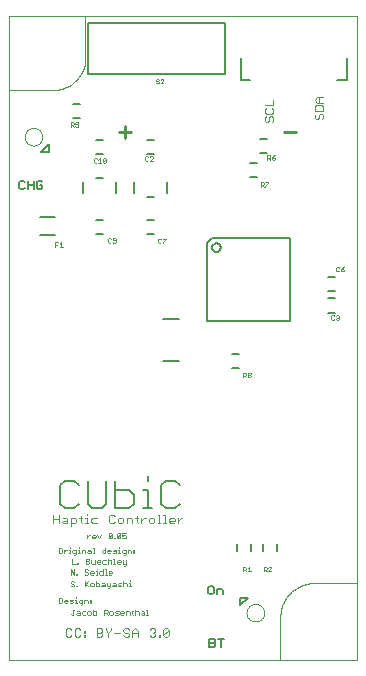
<source format=gto>
G75*
G70*
%OFA0B0*%
%FSLAX24Y24*%
%IPPOS*%
%LPD*%
%AMOC8*
5,1,8,0,0,1.08239X$1,22.5*
%
%ADD10C,0.0000*%
%ADD11C,0.0110*%
%ADD12C,0.0020*%
%ADD13C,0.0040*%
%ADD14C,0.0050*%
%ADD15C,0.0080*%
%ADD16C,0.0060*%
%ADD17C,0.0010*%
D10*
X000373Y000131D02*
X000373Y019127D01*
X001840Y019127D01*
X001903Y019129D01*
X001967Y019134D01*
X002030Y019144D01*
X002092Y019156D01*
X002153Y019173D01*
X002213Y019193D01*
X002273Y019216D01*
X002330Y019243D01*
X002386Y019273D01*
X002440Y019307D01*
X002492Y019343D01*
X002542Y019382D01*
X002589Y019425D01*
X002634Y019470D01*
X002677Y019517D01*
X002716Y019567D01*
X002752Y019619D01*
X002786Y019673D01*
X002816Y019729D01*
X002843Y019786D01*
X002866Y019846D01*
X002886Y019906D01*
X002903Y019967D01*
X002915Y020029D01*
X002925Y020092D01*
X002930Y020156D01*
X002932Y020219D01*
X002932Y021588D01*
X011987Y021588D01*
X011987Y002690D01*
X010554Y002690D01*
X010489Y002688D01*
X010423Y002682D01*
X010358Y002673D01*
X010294Y002660D01*
X010231Y002643D01*
X010169Y002622D01*
X010108Y002598D01*
X010049Y002570D01*
X009991Y002539D01*
X009935Y002505D01*
X009882Y002467D01*
X009830Y002427D01*
X009781Y002383D01*
X009735Y002337D01*
X009691Y002288D01*
X009651Y002236D01*
X009613Y002183D01*
X009579Y002127D01*
X009548Y002069D01*
X009520Y002010D01*
X009496Y001949D01*
X009475Y001887D01*
X009458Y001824D01*
X009445Y001760D01*
X009436Y001695D01*
X009430Y001629D01*
X009428Y001564D01*
X009428Y000131D01*
X000373Y000131D01*
X008298Y001706D02*
X008300Y001740D01*
X008306Y001774D01*
X008316Y001807D01*
X008329Y001838D01*
X008347Y001868D01*
X008367Y001896D01*
X008391Y001921D01*
X008417Y001943D01*
X008445Y001961D01*
X008476Y001977D01*
X008508Y001989D01*
X008542Y001997D01*
X008576Y002001D01*
X008610Y002001D01*
X008644Y001997D01*
X008678Y001989D01*
X008710Y001977D01*
X008740Y001961D01*
X008769Y001943D01*
X008795Y001921D01*
X008819Y001896D01*
X008839Y001868D01*
X008857Y001838D01*
X008870Y001807D01*
X008880Y001774D01*
X008886Y001740D01*
X008888Y001706D01*
X008886Y001672D01*
X008880Y001638D01*
X008870Y001605D01*
X008857Y001574D01*
X008839Y001544D01*
X008819Y001516D01*
X008795Y001491D01*
X008769Y001469D01*
X008741Y001451D01*
X008710Y001435D01*
X008678Y001423D01*
X008644Y001415D01*
X008610Y001411D01*
X008576Y001411D01*
X008542Y001415D01*
X008508Y001423D01*
X008476Y001435D01*
X008445Y001451D01*
X008417Y001469D01*
X008391Y001491D01*
X008367Y001516D01*
X008347Y001544D01*
X008329Y001574D01*
X008316Y001605D01*
X008306Y001638D01*
X008300Y001672D01*
X008298Y001706D01*
X009428Y000131D02*
X011987Y000131D01*
X011987Y002690D01*
X000905Y017572D02*
X000907Y017606D01*
X000913Y017640D01*
X000923Y017673D01*
X000936Y017704D01*
X000954Y017734D01*
X000974Y017762D01*
X000998Y017787D01*
X001024Y017809D01*
X001052Y017827D01*
X001083Y017843D01*
X001115Y017855D01*
X001149Y017863D01*
X001183Y017867D01*
X001217Y017867D01*
X001251Y017863D01*
X001285Y017855D01*
X001317Y017843D01*
X001347Y017827D01*
X001376Y017809D01*
X001402Y017787D01*
X001426Y017762D01*
X001446Y017734D01*
X001464Y017704D01*
X001477Y017673D01*
X001487Y017640D01*
X001493Y017606D01*
X001495Y017572D01*
X001493Y017538D01*
X001487Y017504D01*
X001477Y017471D01*
X001464Y017440D01*
X001446Y017410D01*
X001426Y017382D01*
X001402Y017357D01*
X001376Y017335D01*
X001348Y017317D01*
X001317Y017301D01*
X001285Y017289D01*
X001251Y017281D01*
X001217Y017277D01*
X001183Y017277D01*
X001149Y017281D01*
X001115Y017289D01*
X001083Y017301D01*
X001052Y017317D01*
X001024Y017335D01*
X000998Y017357D01*
X000974Y017382D01*
X000954Y017410D01*
X000936Y017440D01*
X000923Y017471D01*
X000913Y017504D01*
X000907Y017538D01*
X000905Y017572D01*
X000373Y019127D02*
X000373Y021588D01*
X002932Y021588D01*
D11*
X004247Y017922D02*
X004247Y017529D01*
X004050Y017725D02*
X004444Y017725D01*
X009562Y017725D02*
X009955Y017725D01*
D12*
X010571Y018195D02*
X010571Y018288D01*
X010618Y018335D01*
X010571Y018424D02*
X010571Y018564D01*
X010618Y018611D01*
X010804Y018611D01*
X010851Y018564D01*
X010851Y018424D01*
X010571Y018424D01*
X010711Y018288D02*
X010711Y018195D01*
X010664Y018148D01*
X010618Y018148D01*
X010571Y018195D01*
X010711Y018288D02*
X010758Y018335D01*
X010804Y018335D01*
X010851Y018288D01*
X010851Y018195D01*
X010804Y018148D01*
X010851Y018701D02*
X010664Y018701D01*
X010571Y018794D01*
X010664Y018887D01*
X010851Y018887D01*
X010711Y018887D02*
X010711Y018701D01*
X009183Y018613D02*
X009183Y018800D01*
X009183Y018613D02*
X008903Y018613D01*
X008950Y018523D02*
X008903Y018477D01*
X008903Y018383D01*
X008950Y018337D01*
X009137Y018337D01*
X009183Y018383D01*
X009183Y018477D01*
X009137Y018523D01*
X009137Y018247D02*
X009183Y018200D01*
X009183Y018107D01*
X009137Y018060D01*
X009043Y018107D02*
X009043Y018200D01*
X009090Y018247D01*
X009137Y018247D01*
X009043Y018107D02*
X008997Y018060D01*
X008950Y018060D01*
X008903Y018107D01*
X008903Y018200D01*
X008950Y018247D01*
X005529Y019350D02*
X005436Y019350D01*
X005529Y019443D01*
X005529Y019466D01*
X005506Y019490D01*
X005459Y019490D01*
X005436Y019466D01*
X005382Y019466D02*
X005358Y019490D01*
X005312Y019490D01*
X005288Y019466D01*
X005288Y019443D01*
X005312Y019420D01*
X005358Y019420D01*
X005382Y019396D01*
X005382Y019373D01*
X005358Y019350D01*
X005312Y019350D01*
X005288Y019373D01*
X004280Y004360D02*
X004160Y004360D01*
X004160Y004270D01*
X004220Y004300D01*
X004250Y004300D01*
X004280Y004270D01*
X004280Y004210D01*
X004250Y004180D01*
X004190Y004180D01*
X004160Y004210D01*
X004096Y004210D02*
X004066Y004180D01*
X004006Y004180D01*
X003976Y004210D01*
X004096Y004330D01*
X004096Y004210D01*
X004096Y004330D02*
X004066Y004360D01*
X004006Y004360D01*
X003976Y004330D01*
X003976Y004210D01*
X003914Y004210D02*
X003914Y004180D01*
X003884Y004180D01*
X003884Y004210D01*
X003914Y004210D01*
X003820Y004210D02*
X003790Y004180D01*
X003730Y004180D01*
X003700Y004210D01*
X003820Y004330D01*
X003820Y004210D01*
X003820Y004330D02*
X003790Y004360D01*
X003730Y004360D01*
X003700Y004330D01*
X003700Y004210D01*
X003452Y004300D02*
X003392Y004180D01*
X003331Y004300D01*
X003267Y004270D02*
X003267Y004240D01*
X003147Y004240D01*
X003147Y004270D02*
X003177Y004300D01*
X003237Y004300D01*
X003267Y004270D01*
X003237Y004180D02*
X003177Y004180D01*
X003147Y004210D01*
X003147Y004270D01*
X003084Y004300D02*
X003054Y004300D01*
X002994Y004240D01*
X002994Y004180D02*
X002994Y004300D01*
X003170Y003867D02*
X003200Y003867D01*
X003200Y003687D01*
X003170Y003687D02*
X003230Y003687D01*
X003106Y003687D02*
X003106Y003777D01*
X003075Y003807D01*
X003015Y003807D01*
X003015Y003747D02*
X003106Y003747D01*
X003106Y003687D02*
X003015Y003687D01*
X002985Y003717D01*
X003015Y003747D01*
X002921Y003777D02*
X002921Y003687D01*
X002921Y003777D02*
X002891Y003807D01*
X002801Y003807D01*
X002801Y003687D01*
X002739Y003687D02*
X002679Y003687D01*
X002709Y003687D02*
X002709Y003807D01*
X002679Y003807D01*
X002614Y003807D02*
X002614Y003657D01*
X002584Y003627D01*
X002554Y003627D01*
X002524Y003687D02*
X002614Y003687D01*
X002524Y003687D02*
X002494Y003717D01*
X002494Y003777D01*
X002524Y003807D01*
X002614Y003807D01*
X002709Y003867D02*
X002709Y003897D01*
X002402Y003897D02*
X002402Y003867D01*
X002402Y003807D02*
X002402Y003687D01*
X002372Y003687D02*
X002432Y003687D01*
X002402Y003807D02*
X002372Y003807D01*
X002308Y003807D02*
X002278Y003807D01*
X002218Y003747D01*
X002218Y003687D02*
X002218Y003807D01*
X002154Y003837D02*
X002124Y003867D01*
X002064Y003867D01*
X002034Y003837D01*
X002034Y003717D01*
X002064Y003687D01*
X002124Y003687D01*
X002154Y003717D01*
X002154Y003837D01*
X002481Y003509D02*
X002481Y003329D01*
X002601Y003329D01*
X002665Y003329D02*
X002695Y003329D01*
X002695Y003359D01*
X002665Y003359D01*
X002665Y003329D01*
X002562Y003146D02*
X002562Y002965D01*
X002442Y003146D01*
X002442Y002965D01*
X002472Y002761D02*
X002442Y002731D01*
X002442Y002700D01*
X002472Y002670D01*
X002532Y002670D01*
X002562Y002640D01*
X002562Y002610D01*
X002532Y002580D01*
X002472Y002580D01*
X002442Y002610D01*
X002472Y002761D02*
X002532Y002761D01*
X002562Y002731D01*
X002626Y002610D02*
X002656Y002610D01*
X002656Y002580D01*
X002626Y002580D01*
X002626Y002610D01*
X002902Y002580D02*
X002902Y002761D01*
X002932Y002670D02*
X003022Y002580D01*
X003086Y002610D02*
X003116Y002580D01*
X003176Y002580D01*
X003206Y002610D01*
X003206Y002670D01*
X003176Y002700D01*
X003116Y002700D01*
X003086Y002670D01*
X003086Y002610D01*
X003022Y002761D02*
X002902Y002640D01*
X002932Y002965D02*
X002902Y002995D01*
X002932Y002965D02*
X002992Y002965D01*
X003022Y002995D01*
X003022Y003025D01*
X002992Y003055D01*
X002932Y003055D01*
X002902Y003086D01*
X002902Y003116D01*
X002932Y003146D01*
X002992Y003146D01*
X003022Y003116D01*
X003086Y003055D02*
X003116Y003086D01*
X003176Y003086D01*
X003206Y003055D01*
X003206Y003025D01*
X003086Y003025D01*
X003086Y002995D02*
X003086Y003055D01*
X003086Y002995D02*
X003116Y002965D01*
X003176Y002965D01*
X003271Y002965D02*
X003331Y002965D01*
X003301Y002965D02*
X003301Y003086D01*
X003271Y003086D01*
X003301Y003146D02*
X003301Y003176D01*
X003423Y003086D02*
X003393Y003055D01*
X003393Y002995D01*
X003423Y002965D01*
X003513Y002965D01*
X003513Y003146D01*
X003513Y003086D02*
X003423Y003086D01*
X003577Y003146D02*
X003607Y003146D01*
X003607Y002965D01*
X003577Y002965D02*
X003637Y002965D01*
X003700Y002995D02*
X003700Y003055D01*
X003730Y003086D01*
X003790Y003086D01*
X003820Y003055D01*
X003820Y003025D01*
X003700Y003025D01*
X003700Y002995D02*
X003730Y002965D01*
X003790Y002965D01*
X003759Y002700D02*
X003759Y002550D01*
X003729Y002520D01*
X003699Y002520D01*
X003669Y002580D02*
X003759Y002580D01*
X003823Y002610D02*
X003853Y002640D01*
X003943Y002640D01*
X003943Y002670D02*
X003943Y002580D01*
X003853Y002580D01*
X003823Y002610D01*
X003853Y002700D02*
X003913Y002700D01*
X003943Y002670D01*
X004007Y002670D02*
X004037Y002700D01*
X004127Y002700D01*
X004097Y002640D02*
X004037Y002640D01*
X004007Y002670D01*
X004007Y002580D02*
X004097Y002580D01*
X004127Y002610D01*
X004097Y002640D01*
X004191Y002670D02*
X004221Y002700D01*
X004281Y002700D01*
X004311Y002670D01*
X004311Y002580D01*
X004375Y002580D02*
X004435Y002580D01*
X004405Y002580D02*
X004405Y002700D01*
X004375Y002700D01*
X004405Y002761D02*
X004405Y002791D01*
X004191Y002761D02*
X004191Y002580D01*
X003669Y002580D02*
X003639Y002610D01*
X003639Y002700D01*
X003575Y002670D02*
X003575Y002580D01*
X003485Y002580D01*
X003455Y002610D01*
X003485Y002640D01*
X003575Y002640D01*
X003575Y002670D02*
X003545Y002700D01*
X003485Y002700D01*
X003391Y002670D02*
X003361Y002700D01*
X003271Y002700D01*
X003271Y002761D02*
X003271Y002580D01*
X003361Y002580D01*
X003391Y002610D01*
X003391Y002670D01*
X003108Y002139D02*
X003108Y002109D01*
X003078Y002109D01*
X003078Y002139D01*
X003108Y002139D01*
X003108Y002049D02*
X003108Y002019D01*
X003078Y002019D01*
X003078Y002049D01*
X003108Y002049D01*
X003013Y002019D02*
X003013Y002109D01*
X002983Y002139D01*
X002893Y002139D01*
X002893Y002019D01*
X002829Y002019D02*
X002739Y002019D01*
X002709Y002049D01*
X002709Y002109D01*
X002739Y002139D01*
X002829Y002139D01*
X002829Y001989D01*
X002799Y001959D01*
X002769Y001959D01*
X002647Y002019D02*
X002586Y002019D01*
X002616Y002019D02*
X002616Y002139D01*
X002586Y002139D01*
X002522Y002139D02*
X002432Y002139D01*
X002402Y002109D01*
X002432Y002079D01*
X002492Y002079D01*
X002522Y002049D01*
X002492Y002019D01*
X002402Y002019D01*
X002338Y002079D02*
X002218Y002079D01*
X002218Y002049D02*
X002218Y002109D01*
X002248Y002139D01*
X002308Y002139D01*
X002338Y002109D01*
X002338Y002079D01*
X002308Y002019D02*
X002248Y002019D01*
X002218Y002049D01*
X002154Y002049D02*
X002154Y002169D01*
X002124Y002199D01*
X002034Y002199D01*
X002034Y002019D01*
X002124Y002019D01*
X002154Y002049D01*
X002502Y001806D02*
X002562Y001806D01*
X002532Y001806D02*
X002532Y001655D01*
X002502Y001625D01*
X002472Y001625D01*
X002442Y001655D01*
X002626Y001655D02*
X002656Y001686D01*
X002746Y001686D01*
X002746Y001716D02*
X002746Y001625D01*
X002656Y001625D01*
X002626Y001655D01*
X002656Y001746D02*
X002716Y001746D01*
X002746Y001716D01*
X002810Y001716D02*
X002810Y001655D01*
X002840Y001625D01*
X002930Y001625D01*
X002994Y001655D02*
X003024Y001625D01*
X003084Y001625D01*
X003114Y001655D01*
X003114Y001716D01*
X003084Y001746D01*
X003024Y001746D01*
X002994Y001716D01*
X002994Y001655D01*
X002930Y001746D02*
X002840Y001746D01*
X002810Y001716D01*
X003179Y001746D02*
X003269Y001746D01*
X003299Y001716D01*
X003299Y001655D01*
X003269Y001625D01*
X003179Y001625D01*
X003179Y001806D01*
X003547Y001806D02*
X003547Y001625D01*
X003547Y001686D02*
X003637Y001686D01*
X003667Y001716D01*
X003667Y001776D01*
X003637Y001806D01*
X003547Y001806D01*
X003607Y001686D02*
X003667Y001625D01*
X003731Y001655D02*
X003761Y001625D01*
X003821Y001625D01*
X003851Y001655D01*
X003851Y001716D01*
X003821Y001746D01*
X003761Y001746D01*
X003731Y001716D01*
X003731Y001655D01*
X003915Y001625D02*
X004005Y001625D01*
X004035Y001655D01*
X004005Y001686D01*
X003945Y001686D01*
X003915Y001716D01*
X003945Y001746D01*
X004035Y001746D01*
X004099Y001716D02*
X004129Y001746D01*
X004189Y001746D01*
X004219Y001716D01*
X004219Y001686D01*
X004099Y001686D01*
X004099Y001716D02*
X004099Y001655D01*
X004129Y001625D01*
X004189Y001625D01*
X004283Y001625D02*
X004283Y001746D01*
X004373Y001746D01*
X004403Y001716D01*
X004403Y001625D01*
X004497Y001655D02*
X004527Y001625D01*
X004497Y001655D02*
X004497Y001776D01*
X004467Y001746D02*
X004527Y001746D01*
X004590Y001716D02*
X004620Y001746D01*
X004680Y001746D01*
X004710Y001716D01*
X004710Y001625D01*
X004774Y001655D02*
X004804Y001686D01*
X004894Y001686D01*
X004894Y001716D02*
X004894Y001625D01*
X004804Y001625D01*
X004774Y001655D01*
X004804Y001746D02*
X004864Y001746D01*
X004894Y001716D01*
X004958Y001806D02*
X004988Y001806D01*
X004988Y001625D01*
X004958Y001625D02*
X005019Y001625D01*
X004590Y001625D02*
X004590Y001806D01*
X004259Y003269D02*
X004229Y003269D01*
X004259Y003269D02*
X004289Y003299D01*
X004289Y003449D01*
X004289Y003329D02*
X004199Y003329D01*
X004169Y003359D01*
X004169Y003449D01*
X004105Y003419D02*
X004105Y003389D01*
X003985Y003389D01*
X003985Y003359D02*
X003985Y003419D01*
X004015Y003449D01*
X004075Y003449D01*
X004105Y003419D01*
X004075Y003329D02*
X004015Y003329D01*
X003985Y003359D01*
X003922Y003329D02*
X003862Y003329D01*
X003892Y003329D02*
X003892Y003509D01*
X003862Y003509D01*
X003798Y003419D02*
X003798Y003329D01*
X003798Y003419D02*
X003768Y003449D01*
X003708Y003449D01*
X003678Y003419D01*
X003614Y003449D02*
X003524Y003449D01*
X003494Y003419D01*
X003494Y003359D01*
X003524Y003329D01*
X003614Y003329D01*
X003678Y003329D02*
X003678Y003509D01*
X003691Y003687D02*
X003661Y003717D01*
X003661Y003777D01*
X003691Y003807D01*
X003751Y003807D01*
X003781Y003777D01*
X003781Y003747D01*
X003661Y003747D01*
X003691Y003687D02*
X003751Y003687D01*
X003845Y003687D02*
X003935Y003687D01*
X003965Y003717D01*
X003935Y003747D01*
X003875Y003747D01*
X003845Y003777D01*
X003875Y003807D01*
X003965Y003807D01*
X004029Y003807D02*
X004059Y003807D01*
X004059Y003687D01*
X004029Y003687D02*
X004089Y003687D01*
X004152Y003717D02*
X004182Y003687D01*
X004272Y003687D01*
X004272Y003657D02*
X004272Y003807D01*
X004182Y003807D01*
X004152Y003777D01*
X004152Y003717D01*
X004212Y003627D02*
X004242Y003627D01*
X004272Y003657D01*
X004336Y003687D02*
X004336Y003807D01*
X004426Y003807D01*
X004456Y003777D01*
X004456Y003687D01*
X004520Y003687D02*
X004520Y003717D01*
X004550Y003717D01*
X004550Y003687D01*
X004520Y003687D01*
X004520Y003777D02*
X004520Y003807D01*
X004550Y003807D01*
X004550Y003777D01*
X004520Y003777D01*
X004059Y003867D02*
X004059Y003897D01*
X003597Y003867D02*
X003597Y003687D01*
X003506Y003687D01*
X003476Y003717D01*
X003476Y003777D01*
X003506Y003807D01*
X003597Y003807D01*
X003400Y003449D02*
X003430Y003419D01*
X003430Y003389D01*
X003310Y003389D01*
X003310Y003359D02*
X003310Y003419D01*
X003340Y003449D01*
X003400Y003449D01*
X003400Y003329D02*
X003340Y003329D01*
X003310Y003359D01*
X003246Y003329D02*
X003246Y003449D01*
X003246Y003329D02*
X003156Y003329D01*
X003126Y003359D01*
X003126Y003449D01*
X003062Y003449D02*
X003032Y003419D01*
X002942Y003419D01*
X003032Y003419D02*
X003062Y003389D01*
X003062Y003359D01*
X003032Y003329D01*
X002942Y003329D01*
X002942Y003509D01*
X003032Y003509D01*
X003062Y003479D01*
X003062Y003449D01*
X002656Y002995D02*
X002656Y002965D01*
X002626Y002965D01*
X002626Y002995D01*
X002656Y002995D01*
X002616Y002229D02*
X002616Y002199D01*
D13*
X002619Y001183D02*
X002573Y001136D01*
X002573Y000949D01*
X002619Y000902D01*
X002713Y000902D01*
X002759Y000949D01*
X002867Y000949D02*
X002867Y000902D01*
X002914Y000902D01*
X002914Y000949D01*
X002867Y000949D01*
X002867Y001043D02*
X002867Y001089D01*
X002914Y001089D01*
X002914Y001043D01*
X002867Y001043D01*
X002759Y001136D02*
X002713Y001183D01*
X002619Y001183D01*
X002465Y001136D02*
X002418Y001183D01*
X002325Y001183D01*
X002278Y001136D01*
X002278Y000949D01*
X002325Y000902D01*
X002418Y000902D01*
X002465Y000949D01*
X003309Y000902D02*
X003449Y000902D01*
X003496Y000949D01*
X003496Y000996D01*
X003449Y001043D01*
X003309Y001043D01*
X003309Y001183D02*
X003309Y000902D01*
X003449Y001043D02*
X003496Y001089D01*
X003496Y001136D01*
X003449Y001183D01*
X003309Y001183D01*
X003604Y001183D02*
X003604Y001136D01*
X003697Y001043D01*
X003697Y000902D01*
X003697Y001043D02*
X003791Y001136D01*
X003791Y001183D01*
X003899Y001043D02*
X004085Y001043D01*
X004193Y001089D02*
X004193Y001136D01*
X004240Y001183D01*
X004333Y001183D01*
X004380Y001136D01*
X004333Y001043D02*
X004380Y000996D01*
X004380Y000949D01*
X004333Y000902D01*
X004240Y000902D01*
X004193Y000949D01*
X004240Y001043D02*
X004333Y001043D01*
X004240Y001043D02*
X004193Y001089D01*
X004488Y001089D02*
X004581Y001183D01*
X004675Y001089D01*
X004675Y000902D01*
X004675Y001043D02*
X004488Y001043D01*
X004488Y001089D02*
X004488Y000902D01*
X005077Y000949D02*
X005124Y000902D01*
X005217Y000902D01*
X005264Y000949D01*
X005264Y000996D01*
X005217Y001043D01*
X005170Y001043D01*
X005217Y001043D02*
X005264Y001089D01*
X005264Y001136D01*
X005217Y001183D01*
X005124Y001183D01*
X005077Y001136D01*
X005372Y000949D02*
X005418Y000949D01*
X005418Y000902D01*
X005372Y000902D01*
X005372Y000949D01*
X005519Y000949D02*
X005519Y001136D01*
X005566Y001183D01*
X005659Y001183D01*
X005706Y001136D01*
X005519Y000949D01*
X005566Y000902D01*
X005659Y000902D01*
X005706Y000949D01*
X005706Y001136D01*
X005773Y004681D02*
X005727Y004728D01*
X005727Y004821D01*
X005773Y004868D01*
X005867Y004868D01*
X005913Y004821D01*
X005913Y004774D01*
X005727Y004774D01*
X005773Y004681D02*
X005867Y004681D01*
X006021Y004681D02*
X006021Y004868D01*
X006021Y004774D02*
X006115Y004868D01*
X006161Y004868D01*
X005624Y004681D02*
X005530Y004681D01*
X005577Y004681D02*
X005577Y004961D01*
X005530Y004961D01*
X005381Y004961D02*
X005381Y004681D01*
X005427Y004681D02*
X005334Y004681D01*
X005226Y004728D02*
X005226Y004821D01*
X005179Y004868D01*
X005086Y004868D01*
X005039Y004821D01*
X005039Y004728D01*
X005086Y004681D01*
X005179Y004681D01*
X005226Y004728D01*
X005334Y004961D02*
X005381Y004961D01*
X004934Y004868D02*
X004887Y004868D01*
X004794Y004774D01*
X004794Y004681D02*
X004794Y004868D01*
X004691Y004868D02*
X004597Y004868D01*
X004644Y004914D02*
X004644Y004728D01*
X004691Y004681D01*
X004489Y004681D02*
X004489Y004821D01*
X004443Y004868D01*
X004303Y004868D01*
X004303Y004681D01*
X004195Y004728D02*
X004195Y004821D01*
X004148Y004868D01*
X004055Y004868D01*
X004008Y004821D01*
X004008Y004728D01*
X004055Y004681D01*
X004148Y004681D01*
X004195Y004728D01*
X003900Y004728D02*
X003853Y004681D01*
X003760Y004681D01*
X003713Y004728D01*
X003713Y004914D01*
X003760Y004961D01*
X003853Y004961D01*
X003900Y004914D01*
X003311Y004868D02*
X003171Y004868D01*
X003124Y004821D01*
X003124Y004728D01*
X003171Y004681D01*
X003311Y004681D01*
X003021Y004681D02*
X002928Y004681D01*
X002974Y004681D02*
X002974Y004868D01*
X002928Y004868D01*
X002825Y004868D02*
X002731Y004868D01*
X002778Y004914D02*
X002778Y004728D01*
X002825Y004681D01*
X002623Y004728D02*
X002577Y004681D01*
X002437Y004681D01*
X002437Y004588D02*
X002437Y004868D01*
X002577Y004868D01*
X002623Y004821D01*
X002623Y004728D01*
X002329Y004774D02*
X002189Y004774D01*
X002142Y004728D01*
X002189Y004681D01*
X002329Y004681D01*
X002329Y004821D01*
X002282Y004868D01*
X002189Y004868D01*
X002034Y004821D02*
X001847Y004821D01*
X001847Y004681D02*
X001847Y004961D01*
X002034Y004961D02*
X002034Y004681D01*
X002974Y004961D02*
X002974Y005008D01*
D14*
X007026Y002540D02*
X007026Y002360D01*
X007071Y002315D01*
X007161Y002315D01*
X007206Y002360D01*
X007206Y002540D01*
X007161Y002585D01*
X007071Y002585D01*
X007026Y002540D01*
X007320Y002495D02*
X007320Y002315D01*
X007320Y002495D02*
X007455Y002495D01*
X007501Y002450D01*
X007501Y002315D01*
X008093Y002206D02*
X008093Y001956D01*
X008343Y002206D01*
X008093Y002206D01*
X007540Y000827D02*
X007360Y000827D01*
X007450Y000827D02*
X007450Y000557D01*
X007245Y000602D02*
X007200Y000557D01*
X007065Y000557D01*
X007065Y000827D01*
X007200Y000827D01*
X007245Y000782D01*
X007245Y000737D01*
X007200Y000692D01*
X007065Y000692D01*
X007200Y000692D02*
X007245Y000647D01*
X007245Y000602D01*
X001454Y015829D02*
X001363Y015829D01*
X001318Y015874D01*
X001318Y016054D01*
X001363Y016099D01*
X001454Y016099D01*
X001499Y016054D01*
X001499Y015964D02*
X001408Y015964D01*
X001499Y015964D02*
X001499Y015874D01*
X001454Y015829D01*
X001204Y015829D02*
X001204Y016099D01*
X001204Y015964D02*
X001024Y015964D01*
X001024Y015829D02*
X001024Y016099D01*
X000909Y016054D02*
X000864Y016099D01*
X000774Y016099D01*
X000729Y016054D01*
X000729Y015874D01*
X000774Y015829D01*
X000864Y015829D01*
X000909Y015874D01*
X001450Y017072D02*
X001700Y017322D01*
X001700Y017072D01*
X001450Y017072D01*
X008101Y019450D02*
X008416Y019450D01*
X008101Y019450D02*
X008101Y020198D01*
X011330Y019450D02*
X011645Y019450D01*
X011645Y020198D01*
D15*
X007584Y019653D02*
X003005Y019653D01*
X003005Y021365D01*
X007584Y021365D01*
X007584Y019653D01*
X005657Y016048D02*
X005657Y015710D01*
X005203Y015560D02*
X004992Y015560D01*
X004537Y015710D02*
X004537Y016048D01*
X003964Y016048D02*
X003964Y015710D01*
X003510Y016198D02*
X003299Y016198D01*
X002844Y016048D02*
X002844Y015710D01*
X001932Y014880D02*
X001432Y014880D01*
X001432Y014280D02*
X001932Y014280D01*
X005530Y011501D02*
X006042Y011501D01*
X006042Y010083D02*
X005530Y010083D01*
X005003Y006256D02*
X005003Y006103D01*
X005003Y005796D02*
X004850Y005796D01*
X005003Y005796D02*
X005003Y005182D01*
X004850Y005182D02*
X005157Y005182D01*
X005464Y005335D02*
X005617Y005182D01*
X005924Y005182D01*
X006078Y005335D01*
X005464Y005335D02*
X005464Y005949D01*
X005617Y006103D01*
X005924Y006103D01*
X006078Y005949D01*
X004543Y005642D02*
X004543Y005335D01*
X004390Y005182D01*
X003929Y005182D01*
X003929Y006103D01*
X003929Y005796D02*
X004390Y005796D01*
X004543Y005642D01*
X003622Y005335D02*
X003622Y006103D01*
X003008Y006103D02*
X003008Y005335D01*
X003162Y005182D01*
X003469Y005182D01*
X003622Y005335D01*
X002702Y005335D02*
X002548Y005182D01*
X002241Y005182D01*
X002088Y005335D01*
X002088Y005949D01*
X002241Y006103D01*
X002548Y006103D01*
X002702Y005949D01*
D16*
X006998Y011419D02*
X006998Y014039D01*
X007138Y014179D01*
X009758Y014179D01*
X009758Y011419D01*
X006998Y011419D01*
X007814Y010332D02*
X008050Y010332D01*
X008050Y009859D02*
X007814Y009859D01*
X011003Y011706D02*
X011239Y011706D01*
X011239Y012178D02*
X011003Y012178D01*
X011003Y012434D02*
X011239Y012434D01*
X011239Y012907D02*
X011003Y012907D01*
X008641Y016233D02*
X008404Y016233D01*
X008404Y016706D02*
X008641Y016706D01*
X008739Y017021D02*
X008975Y017021D01*
X008975Y017493D02*
X008739Y017493D01*
X007157Y013879D02*
X007159Y013902D01*
X007165Y013925D01*
X007174Y013946D01*
X007187Y013966D01*
X007203Y013983D01*
X007221Y013997D01*
X007241Y014008D01*
X007263Y014016D01*
X007286Y014020D01*
X007310Y014020D01*
X007333Y014016D01*
X007355Y014008D01*
X007375Y013997D01*
X007393Y013983D01*
X007409Y013966D01*
X007422Y013946D01*
X007431Y013925D01*
X007437Y013902D01*
X007439Y013879D01*
X007437Y013856D01*
X007431Y013833D01*
X007422Y013812D01*
X007409Y013792D01*
X007393Y013775D01*
X007375Y013761D01*
X007355Y013750D01*
X007333Y013742D01*
X007310Y013738D01*
X007286Y013738D01*
X007263Y013742D01*
X007241Y013750D01*
X007221Y013761D01*
X007203Y013775D01*
X007187Y013792D01*
X007174Y013812D01*
X007165Y013833D01*
X007159Y013856D01*
X007157Y013879D01*
X005215Y014324D02*
X004979Y014324D01*
X004979Y014796D02*
X005215Y014796D01*
X003523Y014796D02*
X003286Y014796D01*
X003286Y014324D02*
X003523Y014324D01*
X003523Y016981D02*
X003286Y016981D01*
X003286Y017454D02*
X003523Y017454D01*
X002739Y018202D02*
X002503Y018202D01*
X002503Y018674D02*
X002739Y018674D01*
X004979Y017454D02*
X005215Y017454D01*
X005215Y016981D02*
X004979Y016981D01*
X007983Y003981D02*
X007983Y003745D01*
X008456Y003745D02*
X008456Y003981D01*
X008845Y003993D02*
X008845Y003757D01*
X009318Y003757D02*
X009318Y003993D01*
D17*
X009105Y003232D02*
X009055Y003232D01*
X009030Y003207D01*
X008982Y003207D02*
X008982Y003157D01*
X008957Y003132D01*
X008882Y003132D01*
X008932Y003132D02*
X008982Y003082D01*
X009030Y003082D02*
X009130Y003182D01*
X009130Y003207D01*
X009105Y003232D01*
X008982Y003207D02*
X008957Y003232D01*
X008882Y003232D01*
X008882Y003082D01*
X009030Y003082D02*
X009130Y003082D01*
X008433Y003082D02*
X008333Y003082D01*
X008285Y003082D02*
X008235Y003132D01*
X008260Y003132D02*
X008185Y003132D01*
X008185Y003082D02*
X008185Y003232D01*
X008260Y003232D01*
X008285Y003207D01*
X008285Y003157D01*
X008260Y003132D01*
X008333Y003182D02*
X008383Y003232D01*
X008383Y003082D01*
X008361Y009554D02*
X008336Y009579D01*
X008336Y009604D01*
X008361Y009629D01*
X008412Y009629D01*
X008437Y009604D01*
X008437Y009579D01*
X008412Y009554D01*
X008361Y009554D01*
X008289Y009554D02*
X008239Y009604D01*
X008264Y009604D02*
X008189Y009604D01*
X008189Y009554D02*
X008189Y009704D01*
X008264Y009704D01*
X008289Y009679D01*
X008289Y009629D01*
X008264Y009604D01*
X008336Y009654D02*
X008361Y009629D01*
X008336Y009654D02*
X008336Y009679D01*
X008361Y009704D01*
X008412Y009704D01*
X008437Y009679D01*
X008437Y009654D01*
X008412Y009629D01*
X011131Y011487D02*
X011156Y011462D01*
X011206Y011462D01*
X011231Y011487D01*
X011279Y011487D02*
X011304Y011462D01*
X011354Y011462D01*
X011379Y011487D01*
X011379Y011512D01*
X011354Y011537D01*
X011329Y011537D01*
X011354Y011537D02*
X011379Y011562D01*
X011379Y011587D01*
X011354Y011612D01*
X011304Y011612D01*
X011279Y011587D01*
X011231Y011587D02*
X011206Y011612D01*
X011156Y011612D01*
X011131Y011587D01*
X011131Y011487D01*
X011317Y013080D02*
X011367Y013080D01*
X011392Y013105D01*
X011440Y013105D02*
X011465Y013080D01*
X011515Y013080D01*
X011540Y013105D01*
X011540Y013130D01*
X011515Y013155D01*
X011440Y013155D01*
X011440Y013105D01*
X011440Y013155D02*
X011490Y013205D01*
X011540Y013230D01*
X011392Y013205D02*
X011367Y013230D01*
X011317Y013230D01*
X011292Y013205D01*
X011292Y013105D01*
X011317Y013080D01*
X008915Y015908D02*
X008915Y015933D01*
X009015Y016034D01*
X009015Y016059D01*
X008915Y016059D01*
X008868Y016034D02*
X008868Y015984D01*
X008843Y015959D01*
X008768Y015959D01*
X008818Y015959D02*
X008868Y015908D01*
X008768Y015908D02*
X008768Y016059D01*
X008843Y016059D01*
X008868Y016034D01*
X008996Y016802D02*
X008996Y016952D01*
X009071Y016952D01*
X009096Y016927D01*
X009096Y016877D01*
X009071Y016852D01*
X008996Y016852D01*
X009046Y016852D02*
X009096Y016802D01*
X009144Y016827D02*
X009169Y016802D01*
X009219Y016802D01*
X009244Y016827D01*
X009244Y016852D01*
X009219Y016877D01*
X009144Y016877D01*
X009144Y016827D01*
X009144Y016877D02*
X009194Y016927D01*
X009244Y016952D01*
X005602Y014177D02*
X005602Y014151D01*
X005502Y014051D01*
X005502Y014026D01*
X005455Y014051D02*
X005430Y014026D01*
X005380Y014026D01*
X005355Y014051D01*
X005355Y014151D01*
X005380Y014177D01*
X005430Y014177D01*
X005455Y014151D01*
X005502Y014177D02*
X005602Y014177D01*
X003937Y014163D02*
X003912Y014189D01*
X003862Y014189D01*
X003837Y014163D01*
X003837Y014138D01*
X003862Y014113D01*
X003937Y014113D01*
X003937Y014063D02*
X003937Y014163D01*
X003937Y014063D02*
X003912Y014038D01*
X003862Y014038D01*
X003837Y014063D01*
X003789Y014063D02*
X003764Y014038D01*
X003714Y014038D01*
X003689Y014063D01*
X003689Y014163D01*
X003714Y014189D01*
X003764Y014189D01*
X003789Y014163D01*
X002170Y013895D02*
X002070Y013895D01*
X002120Y013895D02*
X002120Y014045D01*
X002070Y013995D01*
X002023Y014045D02*
X001923Y014045D01*
X001923Y013895D01*
X001923Y013970D02*
X001973Y013970D01*
X003242Y016696D02*
X003292Y016696D01*
X003317Y016721D01*
X003364Y016696D02*
X003464Y016696D01*
X003414Y016696D02*
X003414Y016846D01*
X003364Y016796D01*
X003317Y016821D02*
X003292Y016846D01*
X003242Y016846D01*
X003217Y016821D01*
X003217Y016721D01*
X003242Y016696D01*
X003512Y016721D02*
X003612Y016821D01*
X003612Y016721D01*
X003587Y016696D01*
X003537Y016696D01*
X003512Y016721D01*
X003512Y016821D01*
X003537Y016846D01*
X003587Y016846D01*
X003612Y016821D01*
X002667Y017904D02*
X002692Y017929D01*
X002692Y018029D01*
X002667Y018054D01*
X002617Y018054D01*
X002592Y018029D01*
X002592Y018004D01*
X002617Y017979D01*
X002692Y017979D01*
X002667Y017904D02*
X002617Y017904D01*
X002592Y017929D01*
X002545Y017904D02*
X002495Y017954D01*
X002520Y017954D02*
X002445Y017954D01*
X002445Y017904D02*
X002445Y018054D01*
X002520Y018054D01*
X002545Y018029D01*
X002545Y017979D01*
X002520Y017954D01*
X004921Y016888D02*
X004921Y016788D01*
X004946Y016763D01*
X004996Y016763D01*
X005022Y016788D01*
X005069Y016763D02*
X005169Y016863D01*
X005169Y016888D01*
X005144Y016913D01*
X005094Y016913D01*
X005069Y016888D01*
X005022Y016888D02*
X004996Y016913D01*
X004946Y016913D01*
X004921Y016888D01*
X005069Y016763D02*
X005169Y016763D01*
M02*

</source>
